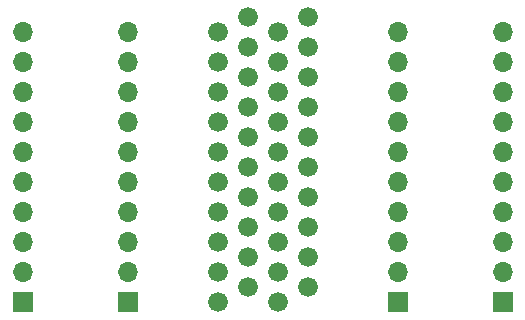
<source format=gbr>
%TF.GenerationSoftware,KiCad,Pcbnew,5.1.10-88a1d61d58~88~ubuntu20.10.1*%
%TF.CreationDate,2021-05-08T10:37:59+02:00*%
%TF.ProjectId,Cartridge-Breakout-Board,43617274-7269-4646-9765-2d427265616b,1.0*%
%TF.SameCoordinates,Original*%
%TF.FileFunction,Copper,L1,Top*%
%TF.FilePolarity,Positive*%
%FSLAX46Y46*%
G04 Gerber Fmt 4.6, Leading zero omitted, Abs format (unit mm)*
G04 Created by KiCad (PCBNEW 5.1.10-88a1d61d58~88~ubuntu20.10.1) date 2021-05-08 10:37:59*
%MOMM*%
%LPD*%
G01*
G04 APERTURE LIST*
%TA.AperFunction,ComponentPad*%
%ADD10C,1.676400*%
%TD*%
%TA.AperFunction,ComponentPad*%
%ADD11R,1.700000X1.700000*%
%TD*%
%TA.AperFunction,ComponentPad*%
%ADD12O,1.700000X1.700000*%
%TD*%
G04 APERTURE END LIST*
D10*
%TO.P,J3,21*%
%TO.N,Net-(J2-Pad1)*%
X101280000Y-76440000D03*
%TO.P,J3,22*%
%TO.N,Net-(J3-Pad22)*%
X103820000Y-75170000D03*
%TO.P,J3,23*%
%TO.N,Net-(J2-Pad2)*%
X101280000Y-73900000D03*
%TO.P,J3,24*%
%TO.N,Net-(J3-Pad24)*%
X103820000Y-72630000D03*
%TO.P,J3,25*%
%TO.N,Net-(J2-Pad3)*%
X101280000Y-71360000D03*
%TO.P,J3,26*%
%TO.N,Net-(J3-Pad26)*%
X103820000Y-70090000D03*
%TO.P,J3,27*%
%TO.N,Net-(J2-Pad4)*%
X101280000Y-68820000D03*
%TO.P,J3,28*%
%TO.N,Net-(J3-Pad28)*%
X103820000Y-67550000D03*
%TO.P,J3,29*%
%TO.N,Net-(J2-Pad5)*%
X101280000Y-66280000D03*
%TO.P,J3,30*%
%TO.N,Net-(J3-Pad30)*%
X103820000Y-65010000D03*
%TO.P,J3,31*%
%TO.N,Net-(J2-Pad6)*%
X101280000Y-63740000D03*
%TO.P,J3,32*%
%TO.N,Net-(J3-Pad32)*%
X103820000Y-62470000D03*
%TO.P,J3,33*%
%TO.N,Net-(J2-Pad7)*%
X101280000Y-61200000D03*
%TO.P,J3,34*%
%TO.N,Net-(J3-Pad34)*%
X103820000Y-59930000D03*
%TO.P,J3,35*%
%TO.N,Net-(J2-Pad8)*%
X101280000Y-58660000D03*
%TO.P,J3,36*%
%TO.N,Net-(J3-Pad36)*%
X103820000Y-57390000D03*
%TO.P,J3,37*%
%TO.N,Net-(J2-Pad9)*%
X101280000Y-56120000D03*
%TO.P,J3,38*%
%TO.N,Net-(J3-Pad38)*%
X103820000Y-54850000D03*
%TO.P,J3,39*%
%TO.N,Net-(J2-Pad10)*%
X101280000Y-53580000D03*
%TO.P,J3,40*%
%TO.N,Net-(J3-Pad40)*%
X103820000Y-52310000D03*
%TO.P,J3,1*%
%TO.N,Net-(J1-Pad1)*%
X106360000Y-76440000D03*
%TO.P,J3,2*%
%TO.N,Net-(J3-Pad2)*%
X108900000Y-75170000D03*
%TO.P,J3,3*%
%TO.N,Net-(J1-Pad2)*%
X106360000Y-73900000D03*
%TO.P,J3,4*%
%TO.N,Net-(J3-Pad4)*%
X108900000Y-72630000D03*
%TO.P,J3,5*%
%TO.N,Net-(J1-Pad3)*%
X106360000Y-71360000D03*
%TO.P,J3,6*%
%TO.N,Net-(J3-Pad6)*%
X108900000Y-70090000D03*
%TO.P,J3,7*%
%TO.N,Net-(J1-Pad4)*%
X106360000Y-68820000D03*
%TO.P,J3,8*%
%TO.N,Net-(J3-Pad8)*%
X108900000Y-67550000D03*
%TO.P,J3,9*%
%TO.N,Net-(J1-Pad5)*%
X106360000Y-66280000D03*
%TO.P,J3,10*%
%TO.N,Net-(J3-Pad10)*%
X108900000Y-65010000D03*
%TO.P,J3,11*%
%TO.N,Net-(J1-Pad6)*%
X106360000Y-63740000D03*
%TO.P,J3,12*%
%TO.N,Net-(J3-Pad12)*%
X108900000Y-62470000D03*
%TO.P,J3,13*%
%TO.N,Net-(J1-Pad7)*%
X106360000Y-61200000D03*
%TO.P,J3,14*%
%TO.N,Net-(J3-Pad14)*%
X108900000Y-59930000D03*
%TO.P,J3,15*%
%TO.N,Net-(J1-Pad8)*%
X106360000Y-58660000D03*
%TO.P,J3,16*%
%TO.N,Net-(J3-Pad16)*%
X108900000Y-57390000D03*
%TO.P,J3,17*%
%TO.N,Net-(J1-Pad9)*%
X106360000Y-56120000D03*
%TO.P,J3,18*%
%TO.N,Net-(J3-Pad18)*%
X108900000Y-54850000D03*
%TO.P,J3,19*%
%TO.N,Net-(J1-Pad10)*%
X106360000Y-53580000D03*
%TO.P,J3,20*%
%TO.N,Net-(J3-Pad20)*%
X108900000Y-52310000D03*
%TD*%
D11*
%TO.P,J1,1*%
%TO.N,Net-(J1-Pad1)*%
X116520000Y-76440000D03*
D12*
%TO.P,J1,2*%
%TO.N,Net-(J1-Pad2)*%
X116520000Y-73900000D03*
%TO.P,J1,3*%
%TO.N,Net-(J1-Pad3)*%
X116520000Y-71360000D03*
%TO.P,J1,4*%
%TO.N,Net-(J1-Pad4)*%
X116520000Y-68820000D03*
%TO.P,J1,5*%
%TO.N,Net-(J1-Pad5)*%
X116520000Y-66280000D03*
%TO.P,J1,6*%
%TO.N,Net-(J1-Pad6)*%
X116520000Y-63740000D03*
%TO.P,J1,7*%
%TO.N,Net-(J1-Pad7)*%
X116520000Y-61200000D03*
%TO.P,J1,8*%
%TO.N,Net-(J1-Pad8)*%
X116520000Y-58660000D03*
%TO.P,J1,9*%
%TO.N,Net-(J1-Pad9)*%
X116520000Y-56120000D03*
%TO.P,J1,10*%
%TO.N,Net-(J1-Pad10)*%
X116520000Y-53580000D03*
%TD*%
%TO.P,J2,10*%
%TO.N,Net-(J2-Pad10)*%
X93660000Y-53580000D03*
%TO.P,J2,9*%
%TO.N,Net-(J2-Pad9)*%
X93660000Y-56120000D03*
%TO.P,J2,8*%
%TO.N,Net-(J2-Pad8)*%
X93660000Y-58660000D03*
%TO.P,J2,7*%
%TO.N,Net-(J2-Pad7)*%
X93660000Y-61200000D03*
%TO.P,J2,6*%
%TO.N,Net-(J2-Pad6)*%
X93660000Y-63740000D03*
%TO.P,J2,5*%
%TO.N,Net-(J2-Pad5)*%
X93660000Y-66280000D03*
%TO.P,J2,4*%
%TO.N,Net-(J2-Pad4)*%
X93660000Y-68820000D03*
%TO.P,J2,3*%
%TO.N,Net-(J2-Pad3)*%
X93660000Y-71360000D03*
%TO.P,J2,2*%
%TO.N,Net-(J2-Pad2)*%
X93660000Y-73900000D03*
D11*
%TO.P,J2,1*%
%TO.N,Net-(J2-Pad1)*%
X93660000Y-76440000D03*
%TD*%
%TO.P,J4,1*%
%TO.N,Net-(J3-Pad2)*%
X125410000Y-76440000D03*
D12*
%TO.P,J4,2*%
%TO.N,Net-(J3-Pad4)*%
X125410000Y-73900000D03*
%TO.P,J4,3*%
%TO.N,Net-(J3-Pad6)*%
X125410000Y-71360000D03*
%TO.P,J4,4*%
%TO.N,Net-(J3-Pad8)*%
X125410000Y-68820000D03*
%TO.P,J4,5*%
%TO.N,Net-(J3-Pad10)*%
X125410000Y-66280000D03*
%TO.P,J4,6*%
%TO.N,Net-(J3-Pad12)*%
X125410000Y-63740000D03*
%TO.P,J4,7*%
%TO.N,Net-(J3-Pad14)*%
X125410000Y-61200000D03*
%TO.P,J4,8*%
%TO.N,Net-(J3-Pad16)*%
X125410000Y-58660000D03*
%TO.P,J4,9*%
%TO.N,Net-(J3-Pad18)*%
X125410000Y-56120000D03*
%TO.P,J4,10*%
%TO.N,Net-(J3-Pad20)*%
X125410000Y-53580000D03*
%TD*%
%TO.P,J5,10*%
%TO.N,Net-(J3-Pad40)*%
X84770000Y-53580000D03*
%TO.P,J5,9*%
%TO.N,Net-(J3-Pad38)*%
X84770000Y-56120000D03*
%TO.P,J5,8*%
%TO.N,Net-(J3-Pad36)*%
X84770000Y-58660000D03*
%TO.P,J5,7*%
%TO.N,Net-(J3-Pad34)*%
X84770000Y-61200000D03*
%TO.P,J5,6*%
%TO.N,Net-(J3-Pad32)*%
X84770000Y-63740000D03*
%TO.P,J5,5*%
%TO.N,Net-(J3-Pad30)*%
X84770000Y-66280000D03*
%TO.P,J5,4*%
%TO.N,Net-(J3-Pad28)*%
X84770000Y-68820000D03*
%TO.P,J5,3*%
%TO.N,Net-(J3-Pad26)*%
X84770000Y-71360000D03*
%TO.P,J5,2*%
%TO.N,Net-(J3-Pad24)*%
X84770000Y-73900000D03*
D11*
%TO.P,J5,1*%
%TO.N,Net-(J3-Pad22)*%
X84770000Y-76440000D03*
%TD*%
M02*

</source>
